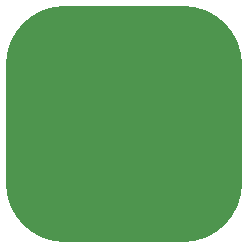
<source format=gbr>
%TF.GenerationSoftware,KiCad,Pcbnew,(6.0.5)*%
%TF.CreationDate,2022-10-04T16:53:01+09:00*%
%TF.ProjectId,DASHBOARD,44415348-424f-4415-9244-2e6b69636164,rev?*%
%TF.SameCoordinates,Original*%
%TF.FileFunction,Paste,Top*%
%TF.FilePolarity,Positive*%
%FSLAX46Y46*%
G04 Gerber Fmt 4.6, Leading zero omitted, Abs format (unit mm)*
G04 Created by KiCad (PCBNEW (6.0.5)) date 2022-10-04 16:53:01*
%MOMM*%
%LPD*%
G01*
G04 APERTURE LIST*
G04 Aperture macros list*
%AMRoundRect*
0 Rectangle with rounded corners*
0 $1 Rounding radius*
0 $2 $3 $4 $5 $6 $7 $8 $9 X,Y pos of 4 corners*
0 Add a 4 corners polygon primitive as box body*
4,1,4,$2,$3,$4,$5,$6,$7,$8,$9,$2,$3,0*
0 Add four circle primitives for the rounded corners*
1,1,$1+$1,$2,$3*
1,1,$1+$1,$4,$5*
1,1,$1+$1,$6,$7*
1,1,$1+$1,$8,$9*
0 Add four rect primitives between the rounded corners*
20,1,$1+$1,$2,$3,$4,$5,0*
20,1,$1+$1,$4,$5,$6,$7,0*
20,1,$1+$1,$6,$7,$8,$9,0*
20,1,$1+$1,$8,$9,$2,$3,0*%
G04 Aperture macros list end*
%ADD10RoundRect,5.000000X5.000000X5.000000X-5.000000X5.000000X-5.000000X-5.000000X5.000000X-5.000000X0*%
G04 APERTURE END LIST*
D10*
%TO.C,AE1*%
X113142500Y-188806300D03*
X113142500Y-188806300D03*
%TD*%
M02*

</source>
